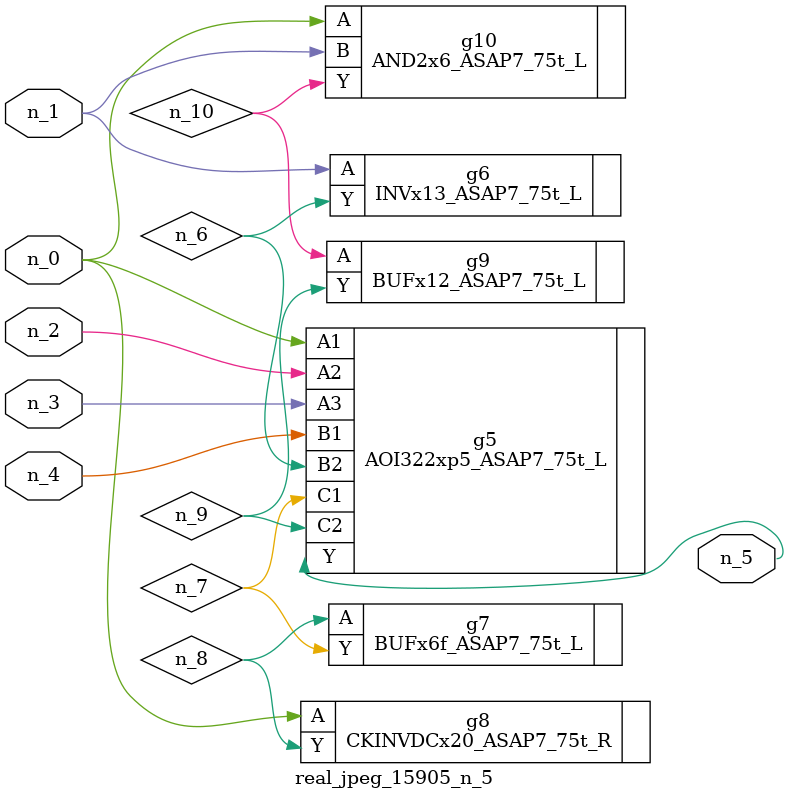
<source format=v>
module real_jpeg_15905_n_5 (n_4, n_0, n_1, n_2, n_3, n_5);

input n_4;
input n_0;
input n_1;
input n_2;
input n_3;

output n_5;

wire n_8;
wire n_6;
wire n_7;
wire n_10;
wire n_9;

AOI322xp5_ASAP7_75t_L g5 ( 
.A1(n_0),
.A2(n_2),
.A3(n_3),
.B1(n_4),
.B2(n_6),
.C1(n_7),
.C2(n_9),
.Y(n_5)
);

CKINVDCx20_ASAP7_75t_R g8 ( 
.A(n_0),
.Y(n_8)
);

AND2x6_ASAP7_75t_L g10 ( 
.A(n_0),
.B(n_1),
.Y(n_10)
);

INVx13_ASAP7_75t_L g6 ( 
.A(n_1),
.Y(n_6)
);

BUFx6f_ASAP7_75t_L g7 ( 
.A(n_8),
.Y(n_7)
);

BUFx12_ASAP7_75t_L g9 ( 
.A(n_10),
.Y(n_9)
);


endmodule
</source>
